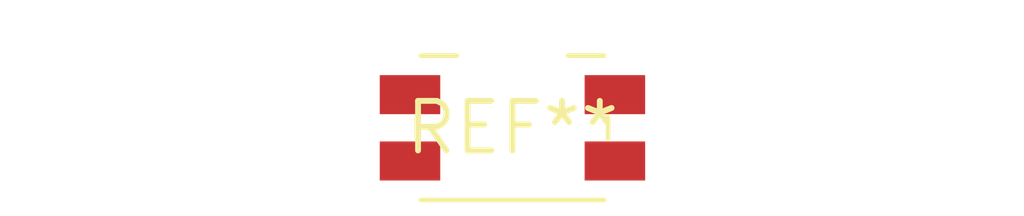
<source format=kicad_pcb>
(kicad_pcb (version 20240108) (generator pcbnew)
  (layers (0 "F.Cu" signal) (31 "B.Cu" signal) (34 "B.Paste" user) (35 "F.Paste" user) (36 "B.SilkS" user "B.Silkscreen") (37 "F.SilkS" user "F.Silkscreen") (38 "B.Mask" user) (39 "F.Mask" user) (44 "Edge.Cuts" user))
  (net 0 "")
  (footprint "Panasonic_EVQPUJ_EVQPUA" (layer "F.Cu") (at 0 0)
    (property "Reference" "REF**")
    (property "Value" "Panasonic_EVQPUJ_EVQPUA")
    (fp_line (start -2.45 0.275) (end -2.45 -0.275) (layer "F.SilkS") (stroke (width 0.12)))
    (fp_line (start -1.425 -1.85) (end -2.35 -1.85) (layer "F.SilkS") (stroke (width 0.12)))
    (fp_line (start 2.35 -1.85) (end 1.425 -1.85) (layer "F.SilkS") (stroke (width 0.12)))
    (fp_line (start 2.35 1.85) (end -2.35 1.85) (layer "F.SilkS") (stroke (width 0.12)))
    (fp_line (start 2.45 0.275) (end 2.45 -0.275) (layer "F.SilkS") (stroke (width 0.12)))
    (pad "1" smd rect (at -2.625 -0.85 180) (size 1.55 1) (layers "F.Cu" "F.Paste" "F.Mask"))
    (pad "1" smd rect (at 2.625 -0.85 180) (size 1.55 1) (layers "F.Cu" "F.Paste" "F.Mask"))
    (pad "2" smd rect (at -2.625 0.85 180) (size 1.55 1) (layers "F.Cu" "F.Paste" "F.Mask"))
    (pad "2" smd rect (at 2.625 0.85 180) (size 1.55 1) (layers "F.Cu" "F.Paste" "F.Mask"))
  )
)
</source>
